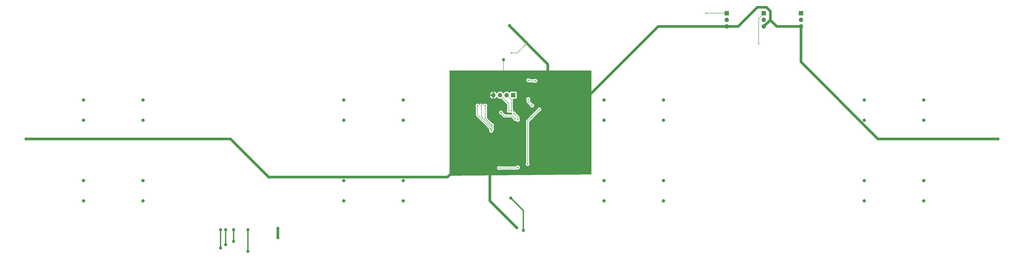
<source format=gbr>
%TF.GenerationSoftware,KiCad,Pcbnew,8.0.8*%
%TF.CreationDate,2025-02-14T17:31:39-08:00*%
%TF.ProjectId,ClockProject,436c6f63-6b50-4726-9f6a-6563742e6b69,rev?*%
%TF.SameCoordinates,Original*%
%TF.FileFunction,Copper,L1,Top*%
%TF.FilePolarity,Positive*%
%FSLAX46Y46*%
G04 Gerber Fmt 4.6, Leading zero omitted, Abs format (unit mm)*
G04 Created by KiCad (PCBNEW 8.0.8) date 2025-02-14 17:31:39*
%MOMM*%
%LPD*%
G01*
G04 APERTURE LIST*
%TA.AperFunction,ComponentPad*%
%ADD10R,1.700000X1.700000*%
%TD*%
%TA.AperFunction,ComponentPad*%
%ADD11O,1.700000X1.700000*%
%TD*%
%TA.AperFunction,ComponentPad*%
%ADD12C,1.308000*%
%TD*%
%TA.AperFunction,ViaPad*%
%ADD13C,1.219200*%
%TD*%
%TA.AperFunction,ViaPad*%
%ADD14C,0.500000*%
%TD*%
%TA.AperFunction,ViaPad*%
%ADD15C,0.609600*%
%TD*%
%TA.AperFunction,Conductor*%
%ADD16C,1.000000*%
%TD*%
%TA.AperFunction,Conductor*%
%ADD17C,0.152400*%
%TD*%
%TA.AperFunction,Conductor*%
%ADD18C,0.203200*%
%TD*%
%TA.AperFunction,Conductor*%
%ADD19C,0.500000*%
%TD*%
G04 APERTURE END LIST*
D10*
%TO.P,J11,1,Pin_1*%
%TO.N,/CS1*%
X384906940Y-137342650D03*
D11*
%TO.P,J11,2,Pin_2*%
%TO.N,Net-(J11-Pin_2)*%
X384906940Y-139882650D03*
%TO.P,J11,3,Pin_3*%
%TO.N,GND*%
X384906940Y-142422650D03*
%TD*%
D10*
%TO.P,J9,1,Pin_1*%
%TO.N,+5V*%
X288656940Y-168842650D03*
D11*
%TO.P,J9,2,Pin_2*%
%TO.N,/USB_P*%
X286116940Y-168842650D03*
%TO.P,J9,3,Pin_3*%
%TO.N,/USB_N*%
X283576940Y-168842650D03*
%TO.P,J9,4,Pin_4*%
%TO.N,GND*%
X281036940Y-168842650D03*
%TD*%
D12*
%TO.P,M3,A1,A1*%
%TO.N,/M3_A1*%
X346336340Y-170714591D03*
%TO.P,M3,A2,A2*%
%TO.N,/M3_A2*%
X346336340Y-178474291D03*
%TO.P,M3,A3,A3*%
%TO.N,/M3_A3*%
X323476340Y-178474291D03*
%TO.P,M3,A4,A4*%
%TO.N,/M3_A4*%
X323476340Y-170714591D03*
%TO.P,M3,B1,B1*%
%TO.N,/M3_B1*%
X323476340Y-209472450D03*
%TO.P,M3,B2,B2*%
%TO.N,/M3_B2*%
X323476340Y-201712750D03*
%TO.P,M3,B3,B3*%
%TO.N,/M3_B3*%
X346336340Y-201712750D03*
%TO.P,M3,B4,B4*%
%TO.N,/M3_B4*%
X346336340Y-209472450D03*
%TD*%
%TO.P,M2,A1,A1*%
%TO.N,/M2_A1*%
X246336340Y-170714591D03*
%TO.P,M2,A2,A2*%
%TO.N,/M2_A2*%
X246336340Y-178474291D03*
%TO.P,M2,A3,A3*%
%TO.N,/M2_A3*%
X223476340Y-178474291D03*
%TO.P,M2,A4,A4*%
%TO.N,/M2_A4*%
X223476340Y-170714591D03*
%TO.P,M2,B1,B1*%
%TO.N,/M2_B1*%
X223476340Y-209472450D03*
%TO.P,M2,B2,B2*%
%TO.N,/M2_B2*%
X223476340Y-201712750D03*
%TO.P,M2,B3,B3*%
%TO.N,/M2_B3*%
X246336340Y-201712750D03*
%TO.P,M2,B4,B4*%
%TO.N,/M2_B4*%
X246336340Y-209472450D03*
%TD*%
%TO.P,M4,A1,A1*%
%TO.N,/M4_A1*%
X446336340Y-170714591D03*
%TO.P,M4,A2,A2*%
%TO.N,/M4_A2*%
X446336340Y-178474291D03*
%TO.P,M4,A3,A3*%
%TO.N,/M4_A3*%
X423476340Y-178474291D03*
%TO.P,M4,A4,A4*%
%TO.N,/M4_A4*%
X423476340Y-170714591D03*
%TO.P,M4,B1,B1*%
%TO.N,/M4_B1*%
X423476340Y-209472450D03*
%TO.P,M4,B2,B2*%
%TO.N,/M4_B2*%
X423476340Y-201712750D03*
%TO.P,M4,B3,B3*%
%TO.N,/M4_B3*%
X446336340Y-201712750D03*
%TO.P,M4,B4,B4*%
%TO.N,/M4_B4*%
X446336340Y-209472450D03*
%TD*%
D10*
%TO.P,J10,1,Pin_1*%
%TO.N,/GPIO3*%
X399156940Y-137342650D03*
D11*
%TO.P,J10,2,Pin_2*%
%TO.N,Net-(J10-Pin_2)*%
X399156940Y-139882650D03*
%TO.P,J10,3,Pin_3*%
%TO.N,GND*%
X399156940Y-142422650D03*
%TD*%
D12*
%TO.P,M1,A1,A1*%
%TO.N,/M1_A1*%
X146336340Y-170714591D03*
%TO.P,M1,A2,A2*%
%TO.N,/M1_A2*%
X146336340Y-178474291D03*
%TO.P,M1,A3,A3*%
%TO.N,/M1_A3*%
X123476340Y-178474291D03*
%TO.P,M1,A4,A4*%
%TO.N,/M1_A4*%
X123476340Y-170714591D03*
%TO.P,M1,B1,B1*%
%TO.N,/M1_B1*%
X123476340Y-209472450D03*
%TO.P,M1,B2,B2*%
%TO.N,/M1_B2*%
X123476340Y-201712750D03*
%TO.P,M1,B3,B3*%
%TO.N,/M1_B3*%
X146336340Y-201712750D03*
%TO.P,M1,B4,B4*%
%TO.N,/M1_B4*%
X146336340Y-209472450D03*
%TD*%
D10*
%TO.P,J13,1,Pin_1*%
%TO.N,/BOOT*%
X370656940Y-137342650D03*
D11*
%TO.P,J13,2,Pin_2*%
%TO.N,Net-(J13-Pin_2)*%
X370656940Y-139882650D03*
%TO.P,J13,3,Pin_3*%
%TO.N,GND*%
X370656940Y-142422650D03*
%TD*%
D13*
%TO.N,GND*%
X194656940Y-200342650D03*
D14*
X274906940Y-188592650D03*
X288406940Y-194842650D03*
D13*
X284906940Y-155217650D03*
X315156940Y-171592650D03*
X313656940Y-171492650D03*
D14*
X283656940Y-171342650D03*
D15*
X280706940Y-189592650D03*
D13*
X301906940Y-165092650D03*
X287156940Y-142092650D03*
X101406940Y-185672650D03*
D14*
X282406940Y-183092650D03*
X294656940Y-176342650D03*
X287406940Y-178092650D03*
D13*
X289986940Y-219842650D03*
D14*
X268906940Y-193842650D03*
D13*
X474906940Y-185672650D03*
%TO.N,+5V*%
X198156940Y-223592650D03*
X198156940Y-220092650D03*
D14*
%TO.N,+3.3V*%
X295656940Y-177342650D03*
X294406940Y-163092650D03*
X294156940Y-195342650D03*
X283902517Y-175503662D03*
X297156940Y-163342650D03*
X283156940Y-196842650D03*
X289406940Y-177992650D03*
X298656940Y-174342650D03*
X290406940Y-196592650D03*
D13*
%TO.N,/IC2*%
X178156940Y-226342650D03*
X178156940Y-220592650D03*
%TO.N,/IC1*%
X181156940Y-220592650D03*
X181156940Y-225092650D03*
%TO.N,/IC3*%
X176156940Y-227592650D03*
X176156940Y-220592650D03*
%TO.N,/U2*%
X186656940Y-220592650D03*
X186656940Y-228842650D03*
X292526940Y-220842650D03*
X287656940Y-208342650D03*
D14*
%TO.N,/USB_N*%
X286906940Y-174842650D03*
%TO.N,/USB_P*%
X287906940Y-174842650D03*
%TO.N,/RST*%
X280128307Y-182559927D03*
X276406940Y-172842650D03*
%TO.N,/BOOT*%
X274906940Y-172842650D03*
X293156940Y-149592650D03*
X362656940Y-137342650D03*
X280017867Y-181754124D03*
X287906940Y-152592650D03*
%TO.N,/CS1*%
X288906940Y-175842650D03*
X382906940Y-149092650D03*
X290406940Y-178342650D03*
%TO.N,/GPIO3*%
X294406940Y-170342650D03*
X295906940Y-172842650D03*
X280406940Y-180342650D03*
X277906940Y-172842650D03*
%TD*%
D16*
%TO.N,GND*%
X279656940Y-209512650D02*
X279656940Y-197842650D01*
X102906940Y-185672650D02*
X179986940Y-185672650D01*
X389906940Y-142422650D02*
X387406940Y-139922650D01*
X289986940Y-219842650D02*
X279656940Y-209512650D01*
X263406940Y-200342650D02*
X267156940Y-196592650D01*
X387406940Y-139922650D02*
X384906940Y-142422650D01*
X287156940Y-142203326D02*
X301906940Y-156953326D01*
X399156940Y-156069737D02*
X399156940Y-142422650D01*
X474906940Y-185672650D02*
X428759853Y-185672650D01*
X399156940Y-142422650D02*
X389906940Y-142422650D01*
X301906940Y-156953326D02*
X301906940Y-165092650D01*
X385906940Y-135092650D02*
X387406940Y-136592650D01*
X179986940Y-185672650D02*
X194656940Y-200342650D01*
X387406940Y-136592650D02*
X387406940Y-139922650D01*
X315056940Y-171492650D02*
X315156940Y-171592650D01*
X428759853Y-185672650D02*
X399156940Y-156069737D01*
X375076940Y-142422650D02*
X382406940Y-135092650D01*
X287156940Y-142092650D02*
X287156940Y-142203326D01*
X194656940Y-200342650D02*
X263406940Y-200342650D01*
D17*
X284906940Y-155217650D02*
X284906940Y-160842650D01*
D16*
X382406940Y-135092650D02*
X385906940Y-135092650D01*
X370656940Y-142422650D02*
X375076940Y-142422650D01*
X313656940Y-171492650D02*
X315056940Y-171492650D01*
X370656940Y-142422650D02*
X344326940Y-142422650D01*
X102906940Y-185672650D02*
X101406940Y-185672650D01*
X344326940Y-142422650D02*
X315156940Y-171592650D01*
%TO.N,+5V*%
X198156940Y-223592650D02*
X198156940Y-220092650D01*
D17*
%TO.N,+3.3V*%
X285241505Y-176842650D02*
X283902517Y-175503662D01*
X294156940Y-178842650D02*
X295656940Y-177342650D01*
X283156940Y-196842650D02*
X290156940Y-196842650D01*
X294156940Y-195342650D02*
X294156940Y-178842650D01*
X289406940Y-177992650D02*
X288256940Y-176842650D01*
D18*
X295656940Y-177342650D02*
X298656940Y-174342650D01*
D17*
X288256940Y-176842650D02*
X285241505Y-176842650D01*
D18*
X294406940Y-163092650D02*
X294656940Y-163342650D01*
D17*
X290156940Y-196842650D02*
X290406940Y-196592650D01*
D18*
X294656940Y-163342650D02*
X297156940Y-163342650D01*
D19*
%TO.N,/IC2*%
X178156940Y-220592650D02*
X178156940Y-226342650D01*
%TO.N,/IC1*%
X181156940Y-220592650D02*
X181156940Y-225092650D01*
%TO.N,/IC3*%
X176156940Y-220592650D02*
X176156940Y-227592650D01*
%TO.N,/U2*%
X292526940Y-220842650D02*
X292526940Y-213212650D01*
X292526940Y-213212650D02*
X287656940Y-208342650D01*
X186656940Y-220592650D02*
X186656940Y-228842650D01*
D17*
%TO.N,/USB_N*%
X286906940Y-174842650D02*
X286906940Y-172172650D01*
X286906940Y-172172650D02*
X283576940Y-168842650D01*
%TO.N,/USB_P*%
X287906940Y-174842650D02*
X287906940Y-170632650D01*
X287906940Y-170632650D02*
X286116940Y-168842650D01*
%TO.N,/RST*%
X276406940Y-177132630D02*
X276406940Y-172842650D01*
X280128307Y-182559927D02*
X280576467Y-182111767D01*
X280576467Y-181302157D02*
X276406940Y-177132630D01*
X280576467Y-182111767D02*
X280576467Y-181302157D01*
%TO.N,/BOOT*%
X274906940Y-176548580D02*
X280017867Y-181659507D01*
X280017867Y-181659507D02*
X280017867Y-181754124D01*
X274906940Y-172842650D02*
X274906940Y-176548580D01*
D18*
X290156940Y-152592650D02*
X287906940Y-152592650D01*
X370656940Y-137342650D02*
X362656940Y-137342650D01*
X293156940Y-149592650D02*
X290156940Y-152592650D01*
%TO.N,/CS1*%
X290406940Y-177342650D02*
X290406940Y-178342650D01*
X382906940Y-149092650D02*
X382906940Y-139342650D01*
X382906940Y-139342650D02*
X384906940Y-137342650D01*
X288906940Y-175842650D02*
X290406940Y-177342650D01*
%TO.N,/GPIO3*%
X280406940Y-180342650D02*
X277906940Y-177842650D01*
X294406940Y-171342650D02*
X295906940Y-172842650D01*
X277906940Y-177842650D02*
X277906940Y-172842650D01*
X294406940Y-170342650D02*
X294406940Y-171342650D01*
%TD*%
%TA.AperFunction,Conductor*%
%TO.N,GND*%
G36*
X318599979Y-159362335D02*
G01*
X318645734Y-159415139D01*
X318656940Y-159466650D01*
X318656940Y-199219782D01*
X318637255Y-199286821D01*
X318584451Y-199332576D01*
X318534078Y-199343777D01*
X264282078Y-199841501D01*
X264214860Y-199822432D01*
X264168623Y-199770050D01*
X264156940Y-199717506D01*
X264156940Y-196842647D01*
X282401691Y-196842647D01*
X282401691Y-196842652D01*
X282420625Y-197010706D01*
X282476485Y-197170344D01*
X282476487Y-197170347D01*
X282566458Y-197313534D01*
X282566463Y-197313540D01*
X282686049Y-197433126D01*
X282686055Y-197433131D01*
X282829242Y-197523102D01*
X282829245Y-197523104D01*
X282829249Y-197523105D01*
X282829250Y-197523106D01*
X282901853Y-197548510D01*
X282988883Y-197578964D01*
X283156937Y-197597899D01*
X283156940Y-197597899D01*
X283156943Y-197597899D01*
X283324996Y-197578964D01*
X283324999Y-197578963D01*
X283484630Y-197523106D01*
X283619508Y-197438355D01*
X283685480Y-197419350D01*
X290232862Y-197419350D01*
X290232864Y-197419350D01*
X290379538Y-197380049D01*
X290419677Y-197356873D01*
X290467791Y-197341042D01*
X290574999Y-197328963D01*
X290734630Y-197273106D01*
X290734633Y-197273103D01*
X290734637Y-197273102D01*
X290877824Y-197183131D01*
X290877825Y-197183130D01*
X290877830Y-197183127D01*
X290997417Y-197063540D01*
X291087392Y-196920347D01*
X291087394Y-196920344D01*
X291087394Y-196920342D01*
X291087396Y-196920340D01*
X291143253Y-196760709D01*
X291143253Y-196760708D01*
X291143254Y-196760706D01*
X291162189Y-196592652D01*
X291162189Y-196592647D01*
X291143254Y-196424593D01*
X291087394Y-196264955D01*
X291087392Y-196264952D01*
X290997421Y-196121765D01*
X290997416Y-196121759D01*
X290877830Y-196002173D01*
X290877824Y-196002168D01*
X290734637Y-195912197D01*
X290734634Y-195912195D01*
X290574996Y-195856335D01*
X290406943Y-195837401D01*
X290406937Y-195837401D01*
X290238883Y-195856335D01*
X290079245Y-195912195D01*
X290079242Y-195912197D01*
X289936055Y-196002168D01*
X289936049Y-196002173D01*
X289816463Y-196121759D01*
X289762324Y-196207922D01*
X289709989Y-196254213D01*
X289657330Y-196265950D01*
X283685480Y-196265950D01*
X283619508Y-196246944D01*
X283484632Y-196162195D01*
X283484631Y-196162194D01*
X283484630Y-196162194D01*
X283446310Y-196148785D01*
X283324996Y-196106335D01*
X283156943Y-196087401D01*
X283156937Y-196087401D01*
X282988883Y-196106335D01*
X282829245Y-196162195D01*
X282829242Y-196162197D01*
X282686055Y-196252168D01*
X282686049Y-196252173D01*
X282566463Y-196371759D01*
X282566458Y-196371765D01*
X282476487Y-196514952D01*
X282476485Y-196514955D01*
X282420625Y-196674593D01*
X282401691Y-196842647D01*
X264156940Y-196842647D01*
X264156940Y-195342647D01*
X293401691Y-195342647D01*
X293401691Y-195342652D01*
X293420625Y-195510706D01*
X293476485Y-195670344D01*
X293476487Y-195670347D01*
X293566458Y-195813534D01*
X293566463Y-195813540D01*
X293686049Y-195933126D01*
X293686055Y-195933131D01*
X293829242Y-196023102D01*
X293829245Y-196023104D01*
X293829249Y-196023105D01*
X293829250Y-196023106D01*
X293901853Y-196048510D01*
X293988883Y-196078964D01*
X294156937Y-196097899D01*
X294156940Y-196097899D01*
X294156943Y-196097899D01*
X294324996Y-196078964D01*
X294324999Y-196078963D01*
X294484630Y-196023106D01*
X294484632Y-196023104D01*
X294484634Y-196023104D01*
X294484637Y-196023102D01*
X294627824Y-195933131D01*
X294627825Y-195933130D01*
X294627830Y-195933127D01*
X294747417Y-195813540D01*
X294837392Y-195670347D01*
X294837394Y-195670344D01*
X294837394Y-195670342D01*
X294837396Y-195670340D01*
X294893253Y-195510709D01*
X294893253Y-195510708D01*
X294893254Y-195510706D01*
X294912189Y-195342652D01*
X294912189Y-195342647D01*
X294893254Y-195174593D01*
X294879844Y-195136271D01*
X294837396Y-195014960D01*
X294752645Y-194880081D01*
X294733640Y-194814110D01*
X294733640Y-179132888D01*
X294753325Y-179065849D01*
X294769955Y-179045211D01*
X295694248Y-178120917D01*
X295755569Y-178087434D01*
X295768025Y-178085382D01*
X295824999Y-178078963D01*
X295984630Y-178023106D01*
X295984633Y-178023103D01*
X295984637Y-178023102D01*
X296127824Y-177933131D01*
X296127825Y-177933130D01*
X296127830Y-177933127D01*
X296247417Y-177813540D01*
X296337392Y-177670347D01*
X296337394Y-177670344D01*
X296337394Y-177670342D01*
X296337396Y-177670340D01*
X296393253Y-177510709D01*
X296395108Y-177494236D01*
X296422173Y-177429825D01*
X296430638Y-177420448D01*
X298734730Y-175116356D01*
X298796051Y-175082873D01*
X298808515Y-175080820D01*
X298824999Y-175078963D01*
X298984630Y-175023106D01*
X298984632Y-175023104D01*
X298984634Y-175023104D01*
X298984637Y-175023102D01*
X299127824Y-174933131D01*
X299127825Y-174933130D01*
X299127830Y-174933127D01*
X299247417Y-174813540D01*
X299276442Y-174767347D01*
X299337392Y-174670347D01*
X299337394Y-174670344D01*
X299337394Y-174670342D01*
X299337396Y-174670340D01*
X299393253Y-174510709D01*
X299393253Y-174510708D01*
X299393254Y-174510706D01*
X299412189Y-174342652D01*
X299412189Y-174342647D01*
X299393254Y-174174593D01*
X299337394Y-174014955D01*
X299337392Y-174014952D01*
X299247421Y-173871765D01*
X299247416Y-173871759D01*
X299127830Y-173752173D01*
X299127824Y-173752168D01*
X298984637Y-173662197D01*
X298984634Y-173662195D01*
X298824996Y-173606335D01*
X298656943Y-173587401D01*
X298656937Y-173587401D01*
X298488883Y-173606335D01*
X298329245Y-173662195D01*
X298329242Y-173662197D01*
X298186055Y-173752168D01*
X298186049Y-173752173D01*
X298066463Y-173871759D01*
X298066458Y-173871765D01*
X297976487Y-174014952D01*
X297976484Y-174014957D01*
X297920627Y-174174590D01*
X297920627Y-174174591D01*
X297918770Y-174191069D01*
X297891699Y-174255481D01*
X297883231Y-174264859D01*
X295579149Y-176568941D01*
X295517826Y-176602426D01*
X295505359Y-176604480D01*
X295488881Y-176606337D01*
X295488880Y-176606337D01*
X295329247Y-176662194D01*
X295329242Y-176662197D01*
X295186055Y-176752168D01*
X295186049Y-176752173D01*
X295066463Y-176871759D01*
X295066458Y-176871765D01*
X294976487Y-177014952D01*
X294976484Y-177014957D01*
X294920627Y-177174591D01*
X294914209Y-177231546D01*
X294887141Y-177295959D01*
X294878670Y-177305341D01*
X293802838Y-178381175D01*
X293695467Y-178488545D01*
X293695462Y-178488551D01*
X293619542Y-178620048D01*
X293619542Y-178620049D01*
X293619541Y-178620051D01*
X293619541Y-178620052D01*
X293606065Y-178670344D01*
X293580240Y-178766726D01*
X293580240Y-194814110D01*
X293561234Y-194880082D01*
X293476485Y-195014957D01*
X293420625Y-195174593D01*
X293401691Y-195342647D01*
X264156940Y-195342647D01*
X264156940Y-172842647D01*
X274151691Y-172842647D01*
X274151691Y-172842652D01*
X274170625Y-173010706D01*
X274226485Y-173170343D01*
X274311233Y-173305216D01*
X274330240Y-173371189D01*
X274330240Y-176472656D01*
X274330240Y-176624504D01*
X274364447Y-176752168D01*
X274369542Y-176771180D01*
X274369542Y-176771181D01*
X274445462Y-176902678D01*
X274445467Y-176902684D01*
X279227582Y-181684799D01*
X279261067Y-181746122D01*
X279263121Y-181758596D01*
X279281552Y-181922180D01*
X279337412Y-182081816D01*
X279410384Y-182197950D01*
X279429384Y-182265187D01*
X279422432Y-182304875D01*
X279391993Y-182391868D01*
X279373058Y-182559924D01*
X279373058Y-182559929D01*
X279391992Y-182727983D01*
X279447852Y-182887621D01*
X279447854Y-182887624D01*
X279537825Y-183030811D01*
X279537830Y-183030817D01*
X279657416Y-183150403D01*
X279657422Y-183150408D01*
X279800609Y-183240379D01*
X279800612Y-183240381D01*
X279800616Y-183240382D01*
X279800617Y-183240383D01*
X279873220Y-183265787D01*
X279960250Y-183296241D01*
X280128304Y-183315176D01*
X280128307Y-183315176D01*
X280128310Y-183315176D01*
X280296363Y-183296241D01*
X280296366Y-183296240D01*
X280455997Y-183240383D01*
X280455999Y-183240381D01*
X280456001Y-183240381D01*
X280456004Y-183240379D01*
X280599191Y-183150408D01*
X280599192Y-183150407D01*
X280599197Y-183150404D01*
X280718784Y-183030817D01*
X280808761Y-182887621D01*
X280808762Y-182887618D01*
X280808763Y-182887617D01*
X280864620Y-182727986D01*
X280864620Y-182727985D01*
X280864621Y-182727983D01*
X280871037Y-182671034D01*
X280898103Y-182606620D01*
X280906576Y-182597234D01*
X280943886Y-182559924D01*
X281037942Y-182465869D01*
X281113866Y-182334365D01*
X281153167Y-182187691D01*
X281153167Y-182035843D01*
X281153167Y-181226233D01*
X281113866Y-181079559D01*
X281037942Y-180948055D01*
X281031071Y-180941184D01*
X280997586Y-180879861D01*
X281002570Y-180810169D01*
X281013754Y-180787539D01*
X281087396Y-180670340D01*
X281143253Y-180510709D01*
X281143253Y-180510708D01*
X281143254Y-180510706D01*
X281162189Y-180342652D01*
X281162189Y-180342647D01*
X281143254Y-180174593D01*
X281087394Y-180014955D01*
X281087392Y-180014952D01*
X280997421Y-179871765D01*
X280997416Y-179871759D01*
X280877830Y-179752173D01*
X280877824Y-179752168D01*
X280734637Y-179662197D01*
X280734632Y-179662194D01*
X280628209Y-179624956D01*
X280574999Y-179606337D01*
X280566932Y-179605427D01*
X280558521Y-179604480D01*
X280494108Y-179577410D01*
X280484729Y-179568941D01*
X278545359Y-177629571D01*
X278511874Y-177568248D01*
X278509040Y-177541890D01*
X278509040Y-173330766D01*
X278528047Y-173264793D01*
X278581033Y-173180466D01*
X278587396Y-173170340D01*
X278643253Y-173010709D01*
X278643253Y-173010708D01*
X278643254Y-173010706D01*
X278662189Y-172842652D01*
X278662189Y-172842647D01*
X278643254Y-172674593D01*
X278587394Y-172514955D01*
X278587392Y-172514952D01*
X278497421Y-172371765D01*
X278497416Y-172371759D01*
X278377830Y-172252173D01*
X278377824Y-172252168D01*
X278234637Y-172162197D01*
X278234634Y-172162195D01*
X278074996Y-172106335D01*
X277906943Y-172087401D01*
X277906937Y-172087401D01*
X277738883Y-172106335D01*
X277579245Y-172162195D01*
X277579242Y-172162197D01*
X277436055Y-172252168D01*
X277436049Y-172252173D01*
X277316463Y-172371759D01*
X277316461Y-172371762D01*
X277261933Y-172458542D01*
X277209598Y-172504833D01*
X277140545Y-172515480D01*
X277076696Y-172487105D01*
X277051947Y-172458542D01*
X277008859Y-172389971D01*
X276997417Y-172371760D01*
X276877830Y-172252173D01*
X276877824Y-172252168D01*
X276734637Y-172162197D01*
X276734634Y-172162195D01*
X276574996Y-172106335D01*
X276406943Y-172087401D01*
X276406937Y-172087401D01*
X276238883Y-172106335D01*
X276079245Y-172162195D01*
X276079242Y-172162197D01*
X275936055Y-172252168D01*
X275936049Y-172252173D01*
X275816463Y-172371759D01*
X275816461Y-172371762D01*
X275761933Y-172458542D01*
X275709598Y-172504833D01*
X275640545Y-172515480D01*
X275576696Y-172487105D01*
X275551947Y-172458542D01*
X275508859Y-172389971D01*
X275497417Y-172371760D01*
X275377830Y-172252173D01*
X275377824Y-172252168D01*
X275234637Y-172162197D01*
X275234634Y-172162195D01*
X275074996Y-172106335D01*
X274906943Y-172087401D01*
X274906937Y-172087401D01*
X274738883Y-172106335D01*
X274579245Y-172162195D01*
X274579242Y-172162197D01*
X274436055Y-172252168D01*
X274436049Y-172252173D01*
X274316463Y-172371759D01*
X274316458Y-172371765D01*
X274226487Y-172514952D01*
X274226485Y-172514955D01*
X274170625Y-172674593D01*
X274151691Y-172842647D01*
X264156940Y-172842647D01*
X264156940Y-168592649D01*
X279706304Y-168592649D01*
X279706304Y-168592650D01*
X280603928Y-168592650D01*
X280571015Y-168649657D01*
X280536940Y-168776824D01*
X280536940Y-168908476D01*
X280571015Y-169035643D01*
X280603928Y-169092650D01*
X279706304Y-169092650D01*
X279763507Y-169306136D01*
X279763510Y-169306142D01*
X279863339Y-169520228D01*
X279998834Y-169713732D01*
X280165857Y-169880755D01*
X280359361Y-170016250D01*
X280573447Y-170116079D01*
X280573456Y-170116083D01*
X280786940Y-170173284D01*
X280786940Y-169275662D01*
X280843947Y-169308575D01*
X280971114Y-169342650D01*
X281102766Y-169342650D01*
X281229933Y-169308575D01*
X281286940Y-169275662D01*
X281286940Y-170173283D01*
X281500423Y-170116083D01*
X281500432Y-170116079D01*
X281714518Y-170016250D01*
X281908022Y-169880755D01*
X282075045Y-169713732D01*
X282205059Y-169528055D01*
X282259636Y-169484431D01*
X282329135Y-169477238D01*
X282391489Y-169508760D01*
X282408209Y-169528055D01*
X282538445Y-169714051D01*
X282705539Y-169881145D01*
X282802324Y-169948915D01*
X282899105Y-170016682D01*
X282899107Y-170016683D01*
X282899110Y-170016685D01*
X283113277Y-170116553D01*
X283341532Y-170177713D01*
X283529858Y-170194189D01*
X283576939Y-170198309D01*
X283576940Y-170198309D01*
X283576941Y-170198309D01*
X283616174Y-170194876D01*
X283812348Y-170177713D01*
X283967242Y-170136209D01*
X284037091Y-170137872D01*
X284087016Y-170168303D01*
X286293921Y-172375208D01*
X286327406Y-172436531D01*
X286330240Y-172462889D01*
X286330240Y-174314110D01*
X286311234Y-174380082D01*
X286226485Y-174514957D01*
X286170625Y-174674593D01*
X286151691Y-174842647D01*
X286151691Y-174842652D01*
X286170625Y-175010706D01*
X286226485Y-175170344D01*
X286226487Y-175170347D01*
X286316458Y-175313534D01*
X286316463Y-175313540D01*
X286436049Y-175433126D01*
X286436055Y-175433131D01*
X286579242Y-175523102D01*
X286579245Y-175523104D01*
X286579249Y-175523105D01*
X286579250Y-175523106D01*
X286591779Y-175527490D01*
X286738883Y-175578964D01*
X286906937Y-175597899D01*
X286906940Y-175597899D01*
X286906943Y-175597899D01*
X287074996Y-175578964D01*
X287074999Y-175578963D01*
X287234630Y-175523106D01*
X287340968Y-175456288D01*
X287408203Y-175437288D01*
X287472910Y-175456288D01*
X287533529Y-175494377D01*
X287579246Y-175523104D01*
X287579247Y-175523104D01*
X287579250Y-175523106D01*
X287685670Y-175560344D01*
X287738883Y-175578964D01*
X287906937Y-175597899D01*
X287906940Y-175597899D01*
X287906943Y-175597899D01*
X288028255Y-175584230D01*
X288097077Y-175596284D01*
X288148456Y-175643633D01*
X288166081Y-175711243D01*
X288165359Y-175721333D01*
X288151691Y-175842645D01*
X288151691Y-175842652D01*
X288170626Y-176010707D01*
X288202219Y-176100996D01*
X288205780Y-176170775D01*
X288171051Y-176231402D01*
X288109058Y-176263629D01*
X288085177Y-176265950D01*
X285531744Y-176265950D01*
X285464705Y-176246265D01*
X285444063Y-176229631D01*
X284680786Y-175466354D01*
X284647301Y-175405031D01*
X284645247Y-175392555D01*
X284638831Y-175335605D01*
X284582972Y-175175970D01*
X284582969Y-175175964D01*
X284492998Y-175032777D01*
X284492993Y-175032771D01*
X284373407Y-174913185D01*
X284373401Y-174913180D01*
X284230214Y-174823209D01*
X284230211Y-174823207D01*
X284070573Y-174767347D01*
X283902520Y-174748413D01*
X283902514Y-174748413D01*
X283734460Y-174767347D01*
X283574822Y-174823207D01*
X283574819Y-174823209D01*
X283431632Y-174913180D01*
X283431626Y-174913185D01*
X283312040Y-175032771D01*
X283312035Y-175032777D01*
X283222064Y-175175964D01*
X283222062Y-175175967D01*
X283166202Y-175335605D01*
X283147268Y-175503659D01*
X283147268Y-175503664D01*
X283166202Y-175671718D01*
X283222062Y-175831356D01*
X283222064Y-175831359D01*
X283312035Y-175974546D01*
X283312040Y-175974552D01*
X283431626Y-176094138D01*
X283431632Y-176094143D01*
X283574819Y-176184114D01*
X283574825Y-176184117D01*
X283574827Y-176184118D01*
X283654642Y-176212046D01*
X283734460Y-176239976D01*
X283791410Y-176246392D01*
X283855824Y-176273458D01*
X283865209Y-176281931D01*
X284780030Y-177196752D01*
X284887403Y-177304125D01*
X285018907Y-177380049D01*
X285165581Y-177419350D01*
X287966701Y-177419350D01*
X288033740Y-177439035D01*
X288054382Y-177455669D01*
X288628670Y-178029957D01*
X288662155Y-178091280D01*
X288664209Y-178103754D01*
X288670625Y-178160703D01*
X288670626Y-178160708D01*
X288670627Y-178160709D01*
X288675485Y-178174593D01*
X288726484Y-178320342D01*
X288726487Y-178320347D01*
X288816458Y-178463534D01*
X288816463Y-178463540D01*
X288936049Y-178583126D01*
X288936055Y-178583131D01*
X289079242Y-178673102D01*
X289079245Y-178673104D01*
X289079249Y-178673105D01*
X289079250Y-178673106D01*
X289084503Y-178674944D01*
X289238883Y-178728964D01*
X289406937Y-178747899D01*
X289406940Y-178747899D01*
X289406943Y-178747899D01*
X289574995Y-178728964D01*
X289574997Y-178728963D01*
X289574999Y-178728963D01*
X289636039Y-178707603D01*
X289705816Y-178704041D01*
X289766444Y-178738770D01*
X289781986Y-178758672D01*
X289816460Y-178813536D01*
X289816461Y-178813538D01*
X289936049Y-178933126D01*
X289936055Y-178933131D01*
X290079242Y-179023102D01*
X290079245Y-179023104D01*
X290079249Y-179023105D01*
X290079250Y-179023106D01*
X290142411Y-179045207D01*
X290238883Y-179078964D01*
X290406937Y-179097899D01*
X290406940Y-179097899D01*
X290406943Y-179097899D01*
X290574996Y-179078964D01*
X290574999Y-179078963D01*
X290734630Y-179023106D01*
X290734632Y-179023104D01*
X290734634Y-179023104D01*
X290734637Y-179023102D01*
X290877824Y-178933131D01*
X290877825Y-178933130D01*
X290877830Y-178933127D01*
X290997417Y-178813540D01*
X290997421Y-178813534D01*
X291087392Y-178670347D01*
X291087394Y-178670344D01*
X291087394Y-178670342D01*
X291087396Y-178670340D01*
X291143253Y-178510709D01*
X291143253Y-178510708D01*
X291143254Y-178510706D01*
X291162189Y-178342652D01*
X291162189Y-178342647D01*
X291143254Y-178174593D01*
X291114101Y-178091280D01*
X291087396Y-178014960D01*
X291077455Y-177999140D01*
X291028046Y-177920504D01*
X291009040Y-177854532D01*
X291009040Y-177263383D01*
X290991186Y-177196752D01*
X290968007Y-177110248D01*
X290888740Y-176972952D01*
X290776638Y-176860850D01*
X289680648Y-175764860D01*
X289647163Y-175703537D01*
X289645109Y-175691068D01*
X289643253Y-175674591D01*
X289587396Y-175514960D01*
X289587395Y-175514959D01*
X289587394Y-175514955D01*
X289587392Y-175514952D01*
X289497421Y-175371765D01*
X289497416Y-175371759D01*
X289377830Y-175252173D01*
X289377824Y-175252168D01*
X289234637Y-175162197D01*
X289234634Y-175162195D01*
X289074996Y-175106335D01*
X288906943Y-175087401D01*
X288906936Y-175087401D01*
X288785623Y-175101069D01*
X288716801Y-175089014D01*
X288665422Y-175041665D01*
X288647798Y-174974055D01*
X288648520Y-174963965D01*
X288662189Y-174842652D01*
X288662189Y-174842647D01*
X288643254Y-174674593D01*
X288629844Y-174636271D01*
X288587396Y-174514960D01*
X288502645Y-174380081D01*
X288483640Y-174314110D01*
X288483640Y-170556728D01*
X288483640Y-170556726D01*
X288444339Y-170410052D01*
X288444336Y-170410048D01*
X288444336Y-170410044D01*
X288426498Y-170379148D01*
X288417643Y-170342647D01*
X293651691Y-170342647D01*
X293651691Y-170342652D01*
X293670625Y-170510706D01*
X293726485Y-170670343D01*
X293785833Y-170764793D01*
X293804840Y-170830766D01*
X293804840Y-171421918D01*
X293845873Y-171575052D01*
X293880629Y-171635251D01*
X293925139Y-171712346D01*
X293925141Y-171712349D01*
X295133231Y-172920439D01*
X295166716Y-172981762D01*
X295168770Y-172994231D01*
X295170627Y-173010707D01*
X295170627Y-173010709D01*
X295226484Y-173170342D01*
X295226487Y-173170347D01*
X295316458Y-173313534D01*
X295316463Y-173313540D01*
X295436049Y-173433126D01*
X295436055Y-173433131D01*
X295579242Y-173523102D01*
X295579245Y-173523104D01*
X295579249Y-173523105D01*
X295579250Y-173523106D01*
X295651853Y-173548510D01*
X295738883Y-173578964D01*
X295906937Y-173597899D01*
X295906940Y-173597899D01*
X295906943Y-173597899D01*
X296074996Y-173578964D01*
X296074999Y-173578963D01*
X296234630Y-173523106D01*
X296234632Y-173523104D01*
X296234634Y-173523104D01*
X296234637Y-173523102D01*
X296377824Y-173433131D01*
X296377825Y-173433130D01*
X296377830Y-173433127D01*
X296497417Y-173313540D01*
X296502647Y-173305217D01*
X296587392Y-173170347D01*
X296587394Y-173170344D01*
X296587394Y-173170342D01*
X296587396Y-173170340D01*
X296643253Y-173010709D01*
X296643253Y-173010708D01*
X296643254Y-173010706D01*
X296662189Y-172842652D01*
X296662189Y-172842647D01*
X296643254Y-172674593D01*
X296587394Y-172514955D01*
X296587392Y-172514952D01*
X296497421Y-172371765D01*
X296497416Y-172371759D01*
X296377830Y-172252173D01*
X296377824Y-172252168D01*
X296234637Y-172162197D01*
X296234632Y-172162194D01*
X296128209Y-172124956D01*
X296074999Y-172106337D01*
X296066932Y-172105427D01*
X296058521Y-172104480D01*
X295994108Y-172077410D01*
X295984729Y-172068941D01*
X295045359Y-171129571D01*
X295011874Y-171068248D01*
X295009040Y-171041890D01*
X295009040Y-170830766D01*
X295028047Y-170764793D01*
X295087394Y-170670343D01*
X295087393Y-170670343D01*
X295087396Y-170670340D01*
X295143253Y-170510709D01*
X295143253Y-170510708D01*
X295143254Y-170510706D01*
X295162189Y-170342652D01*
X295162189Y-170342647D01*
X295143254Y-170174593D01*
X295099726Y-170050197D01*
X295087396Y-170014960D01*
X295087395Y-170014959D01*
X295087394Y-170014955D01*
X295087392Y-170014952D01*
X294997421Y-169871765D01*
X294997416Y-169871759D01*
X294877830Y-169752173D01*
X294877824Y-169752168D01*
X294734637Y-169662197D01*
X294734634Y-169662195D01*
X294574996Y-169606335D01*
X294406943Y-169587401D01*
X294406937Y-169587401D01*
X294238883Y-169606335D01*
X294079245Y-169662195D01*
X294079242Y-169662197D01*
X293936055Y-169752168D01*
X293936049Y-169752173D01*
X293816463Y-169871759D01*
X293816458Y-169871765D01*
X293726487Y-170014952D01*
X293726485Y-170014955D01*
X293670625Y-170174593D01*
X293651691Y-170342647D01*
X288417643Y-170342647D01*
X288410025Y-170311248D01*
X288432878Y-170245221D01*
X288487799Y-170202031D01*
X288533885Y-170193149D01*
X289554811Y-170193149D01*
X289554812Y-170193149D01*
X289614423Y-170186741D01*
X289749271Y-170136446D01*
X289864486Y-170050196D01*
X289950736Y-169934981D01*
X290001031Y-169800133D01*
X290007440Y-169740523D01*
X290007439Y-167944778D01*
X290001031Y-167885167D01*
X289999750Y-167881733D01*
X289950737Y-167750321D01*
X289950733Y-167750314D01*
X289864487Y-167635105D01*
X289864484Y-167635102D01*
X289749275Y-167548856D01*
X289749268Y-167548852D01*
X289614422Y-167498558D01*
X289614423Y-167498558D01*
X289554823Y-167492151D01*
X289554821Y-167492150D01*
X289554813Y-167492150D01*
X289554804Y-167492150D01*
X287759069Y-167492150D01*
X287759063Y-167492151D01*
X287699456Y-167498558D01*
X287564611Y-167548852D01*
X287564604Y-167548856D01*
X287449395Y-167635102D01*
X287449392Y-167635105D01*
X287363146Y-167750314D01*
X287363143Y-167750319D01*
X287314129Y-167881733D01*
X287272257Y-167937666D01*
X287206793Y-167962083D01*
X287138520Y-167947231D01*
X287110266Y-167926080D01*
X286988342Y-167804156D01*
X286988335Y-167804151D01*
X286794774Y-167668617D01*
X286794770Y-167668615D01*
X286794768Y-167668614D01*
X286580603Y-167568747D01*
X286580599Y-167568746D01*
X286580595Y-167568744D01*
X286352353Y-167507588D01*
X286352343Y-167507586D01*
X286116941Y-167486991D01*
X286116939Y-167486991D01*
X285881536Y-167507586D01*
X285881526Y-167507588D01*
X285653284Y-167568744D01*
X285653275Y-167568748D01*
X285439111Y-167668614D01*
X285439109Y-167668615D01*
X285245537Y-167804155D01*
X285078445Y-167971247D01*
X284948515Y-168156808D01*
X284893938Y-168200433D01*
X284824440Y-168207627D01*
X284762085Y-168176104D01*
X284745365Y-168156808D01*
X284615434Y-167971247D01*
X284448342Y-167804156D01*
X284448335Y-167804151D01*
X284254774Y-167668617D01*
X284254770Y-167668615D01*
X284254768Y-167668614D01*
X284040603Y-167568747D01*
X284040599Y-167568746D01*
X284040595Y-167568744D01*
X283812353Y-167507588D01*
X283812343Y-167507586D01*
X283576941Y-167486991D01*
X283576939Y-167486991D01*
X283341536Y-167507586D01*
X283341526Y-167507588D01*
X283113284Y-167568744D01*
X283113275Y-167568748D01*
X282899111Y-167668614D01*
X282899109Y-167668615D01*
X282705537Y-167804155D01*
X282538448Y-167971244D01*
X282408209Y-168157245D01*
X282353632Y-168200869D01*
X282284133Y-168208062D01*
X282221779Y-168176540D01*
X282205059Y-168157244D01*
X282075053Y-167971576D01*
X282075048Y-167971570D01*
X281908022Y-167804544D01*
X281714518Y-167669049D01*
X281500432Y-167569220D01*
X281500426Y-167569217D01*
X281286940Y-167512014D01*
X281286940Y-168409638D01*
X281229933Y-168376725D01*
X281102766Y-168342650D01*
X280971114Y-168342650D01*
X280843947Y-168376725D01*
X280786940Y-168409638D01*
X280786940Y-167512014D01*
X280786939Y-167512014D01*
X280573453Y-167569217D01*
X280573447Y-167569220D01*
X280359362Y-167669049D01*
X280359360Y-167669050D01*
X280165866Y-167804536D01*
X280165860Y-167804541D01*
X279998831Y-167971570D01*
X279998826Y-167971576D01*
X279863340Y-168165070D01*
X279863339Y-168165072D01*
X279763510Y-168379157D01*
X279763507Y-168379163D01*
X279706304Y-168592649D01*
X264156940Y-168592649D01*
X264156940Y-163092647D01*
X293651691Y-163092647D01*
X293651691Y-163092652D01*
X293670625Y-163260706D01*
X293726485Y-163420344D01*
X293726487Y-163420347D01*
X293816458Y-163563534D01*
X293816463Y-163563540D01*
X293936049Y-163683126D01*
X293936055Y-163683131D01*
X294079242Y-163773102D01*
X294079248Y-163773105D01*
X294079250Y-163773106D01*
X294238881Y-163828963D01*
X294282971Y-163833930D01*
X294331085Y-163849762D01*
X294424538Y-163903717D01*
X294577672Y-163944750D01*
X296668824Y-163944750D01*
X296734797Y-163963757D01*
X296829247Y-164023104D01*
X296829245Y-164023104D01*
X296829249Y-164023105D01*
X296829250Y-164023106D01*
X296901853Y-164048510D01*
X296988883Y-164078964D01*
X297156937Y-164097899D01*
X297156940Y-164097899D01*
X297156943Y-164097899D01*
X297324996Y-164078964D01*
X297324999Y-164078963D01*
X297484630Y-164023106D01*
X297484632Y-164023104D01*
X297484634Y-164023104D01*
X297484637Y-164023102D01*
X297627824Y-163933131D01*
X297627825Y-163933130D01*
X297627830Y-163933127D01*
X297747417Y-163813540D01*
X297829359Y-163683131D01*
X297837392Y-163670347D01*
X297837394Y-163670344D01*
X297837394Y-163670342D01*
X297837396Y-163670340D01*
X297893253Y-163510709D01*
X297893253Y-163510708D01*
X297893254Y-163510706D01*
X297912189Y-163342652D01*
X297912189Y-163342647D01*
X297893254Y-163174593D01*
X297837394Y-163014955D01*
X297837392Y-163014952D01*
X297747421Y-162871765D01*
X297747416Y-162871759D01*
X297627830Y-162752173D01*
X297627824Y-162752168D01*
X297484637Y-162662197D01*
X297484634Y-162662195D01*
X297324996Y-162606335D01*
X297156943Y-162587401D01*
X297156937Y-162587401D01*
X296988883Y-162606335D01*
X296829246Y-162662195D01*
X296734797Y-162721543D01*
X296668824Y-162740550D01*
X295140590Y-162740550D01*
X295073551Y-162720865D01*
X295035596Y-162682522D01*
X294997416Y-162621759D01*
X294877830Y-162502173D01*
X294877824Y-162502168D01*
X294734637Y-162412197D01*
X294734634Y-162412195D01*
X294574996Y-162356335D01*
X294406943Y-162337401D01*
X294406937Y-162337401D01*
X294238883Y-162356335D01*
X294079245Y-162412195D01*
X294079242Y-162412197D01*
X293936055Y-162502168D01*
X293936049Y-162502173D01*
X293816463Y-162621759D01*
X293816458Y-162621765D01*
X293726487Y-162764952D01*
X293726485Y-162764955D01*
X293670625Y-162924593D01*
X293651691Y-163092647D01*
X264156940Y-163092647D01*
X264156940Y-159466650D01*
X264176625Y-159399611D01*
X264229429Y-159353856D01*
X264280940Y-159342650D01*
X318532940Y-159342650D01*
X318599979Y-159362335D01*
G37*
%TD.AperFunction*%
%TD*%
M02*

</source>
